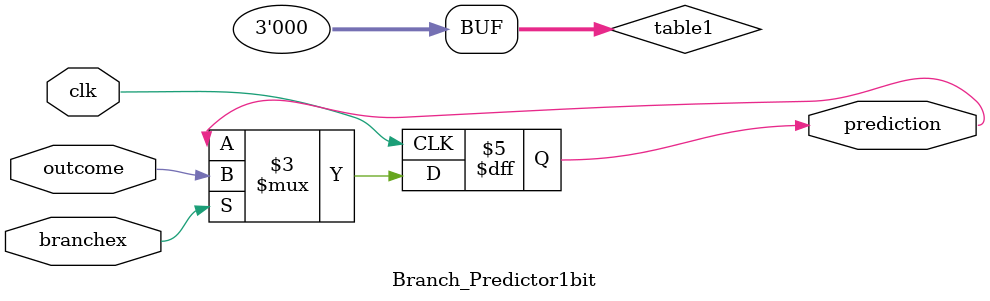
<source format=v>


module Branch_Predictor1bit(
  input clk, //timing
  input branchex, // branch confirmation from EX register
  input outcome, // branch outcome
  output reg prediction // 2-bit prediction for 2^2 = 4 entries
);

 reg [2:0] table1; // 4-entry 2-bit counter table
initial begin
table1 <= 3'b000;
prediction <= 0;
end									// index into the table using the least significant bits of the PC
											// take the two least significant bits to index into 2^2 = 4 table entries
											// we use bit-wise AND with 2'b11 to extract the two least significant bits
    

 always @(posedge clk) begin



if (branchex)begin
prediction <= outcome;

end


  end
endmodule

</source>
